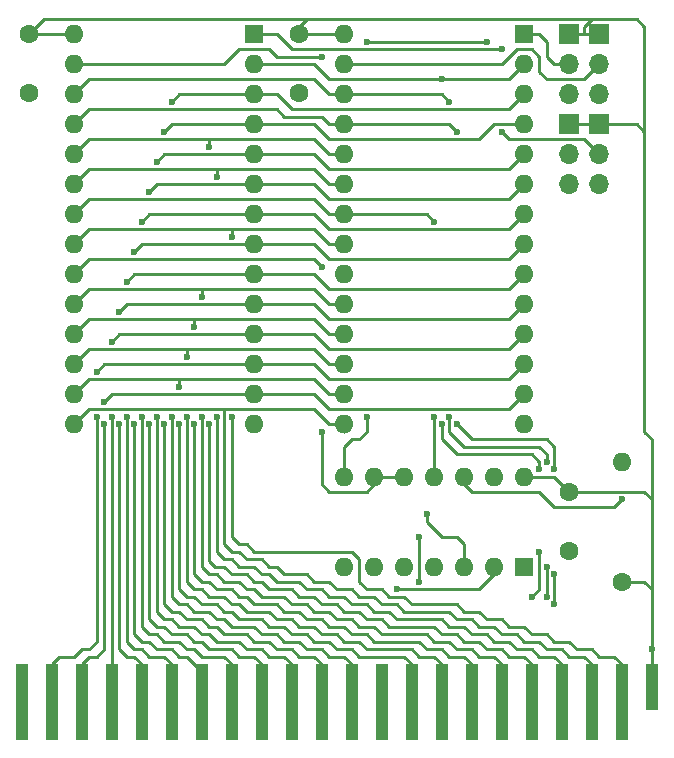
<source format=gtl>
G04 #@! TF.FileFunction,Copper,L1,Top,Signal*
%FSLAX46Y46*%
G04 Gerber Fmt 4.6, Leading zero omitted, Abs format (unit mm)*
G04 Created by KiCad (PCBNEW 4.0.7) date 09/13/19 11:52:28*
%MOMM*%
%LPD*%
G01*
G04 APERTURE LIST*
%ADD10C,0.100000*%
%ADD11R,1.000000X6.500000*%
%ADD12R,1.000000X4.000000*%
%ADD13C,1.600000*%
%ADD14R,1.700000X1.700000*%
%ADD15O,1.700000X1.700000*%
%ADD16O,1.600000X1.600000*%
%ADD17R,1.600000X1.600000*%
%ADD18C,0.600000*%
%ADD19C,0.250000*%
G04 APERTURE END LIST*
D10*
D11*
X123190000Y-95250000D03*
X125730000Y-95250000D03*
X128270000Y-95250000D03*
X130810000Y-95250000D03*
X133350000Y-95250000D03*
X135890000Y-95250000D03*
X138430000Y-95250000D03*
X140970000Y-95250000D03*
X143510000Y-95250000D03*
X146050000Y-95250000D03*
X148590000Y-95250000D03*
X151130000Y-95250000D03*
X153670000Y-95250000D03*
X156210000Y-95250000D03*
X161290000Y-95250000D03*
X158750000Y-95250000D03*
X163830000Y-95250000D03*
X166370000Y-95250000D03*
X168910000Y-95250000D03*
X171450000Y-95250000D03*
X173990000Y-95250000D03*
D12*
X176530000Y-93980000D03*
D13*
X146685000Y-38735000D03*
X146685000Y-43735000D03*
X123825000Y-38735000D03*
X123825000Y-43735000D03*
X169545000Y-77470000D03*
X169545000Y-82470000D03*
D14*
X172085000Y-38735000D03*
D15*
X172085000Y-41275000D03*
X172085000Y-43815000D03*
D14*
X169545000Y-38735000D03*
D15*
X169545000Y-41275000D03*
X169545000Y-43815000D03*
D14*
X172085000Y-46355000D03*
D15*
X172085000Y-48895000D03*
X172085000Y-51435000D03*
D14*
X169545000Y-46355000D03*
D15*
X169545000Y-48895000D03*
X169545000Y-51435000D03*
D13*
X173990000Y-85090000D03*
D16*
X173990000Y-74930000D03*
D17*
X165735000Y-38735000D03*
D16*
X150495000Y-71755000D03*
X165735000Y-41275000D03*
X150495000Y-69215000D03*
X165735000Y-43815000D03*
X150495000Y-66675000D03*
X165735000Y-46355000D03*
X150495000Y-64135000D03*
X165735000Y-48895000D03*
X150495000Y-61595000D03*
X165735000Y-51435000D03*
X150495000Y-59055000D03*
X165735000Y-53975000D03*
X150495000Y-56515000D03*
X165735000Y-56515000D03*
X150495000Y-53975000D03*
X165735000Y-59055000D03*
X150495000Y-51435000D03*
X165735000Y-61595000D03*
X150495000Y-48895000D03*
X165735000Y-64135000D03*
X150495000Y-46355000D03*
X165735000Y-66675000D03*
X150495000Y-43815000D03*
X165735000Y-69215000D03*
X150495000Y-41275000D03*
X165735000Y-71755000D03*
X150495000Y-38735000D03*
D17*
X142875000Y-38735000D03*
D16*
X127635000Y-71755000D03*
X142875000Y-41275000D03*
X127635000Y-69215000D03*
X142875000Y-43815000D03*
X127635000Y-66675000D03*
X142875000Y-46355000D03*
X127635000Y-64135000D03*
X142875000Y-48895000D03*
X127635000Y-61595000D03*
X142875000Y-51435000D03*
X127635000Y-59055000D03*
X142875000Y-53975000D03*
X127635000Y-56515000D03*
X142875000Y-56515000D03*
X127635000Y-53975000D03*
X142875000Y-59055000D03*
X127635000Y-51435000D03*
X142875000Y-61595000D03*
X127635000Y-48895000D03*
X142875000Y-64135000D03*
X127635000Y-46355000D03*
X142875000Y-66675000D03*
X127635000Y-43815000D03*
X142875000Y-69215000D03*
X127635000Y-41275000D03*
X142875000Y-71755000D03*
X127635000Y-38735000D03*
D17*
X165735000Y-83820000D03*
D16*
X150495000Y-76200000D03*
X163195000Y-83820000D03*
X153035000Y-76200000D03*
X160655000Y-83820000D03*
X155575000Y-76200000D03*
X158115000Y-83820000D03*
X158115000Y-76200000D03*
X155575000Y-83820000D03*
X160655000Y-76200000D03*
X153035000Y-83820000D03*
X163195000Y-76200000D03*
X150495000Y-83820000D03*
X165735000Y-76200000D03*
D18*
X154940000Y-85725000D03*
X173990000Y-78105000D03*
X156845000Y-85090000D03*
X156845000Y-81280000D03*
X167005000Y-75565000D03*
X158750000Y-71755000D03*
X166370000Y-86360000D03*
X167005000Y-82550000D03*
X158750000Y-42545000D03*
X167640000Y-74930000D03*
X159385000Y-71120000D03*
X159385000Y-44450000D03*
X167640000Y-86360000D03*
X167640000Y-83820000D03*
X160020000Y-71755000D03*
X168275000Y-75565000D03*
X168275000Y-86995000D03*
X168275000Y-84455000D03*
X160020000Y-46990000D03*
X176530000Y-90805000D03*
X129540000Y-67310000D03*
X129540000Y-71120000D03*
X130175000Y-69850000D03*
X130175000Y-71755000D03*
X130810000Y-64770000D03*
X130810000Y-71120000D03*
X131445000Y-62230000D03*
X131445000Y-71755000D03*
X132080000Y-59690000D03*
X132080000Y-71120000D03*
X132715000Y-71755000D03*
X132715000Y-57150000D03*
X133350000Y-71120000D03*
X133350000Y-54610000D03*
X133985000Y-52070000D03*
X133985000Y-71755000D03*
X134620000Y-71120000D03*
X134620000Y-49530000D03*
X135255000Y-46990000D03*
X135255000Y-71755000D03*
X135890000Y-71120000D03*
X135890000Y-44450000D03*
X136525000Y-71755000D03*
X136525000Y-68580000D03*
X137795000Y-63500000D03*
X137795000Y-71755000D03*
X137160000Y-71120000D03*
X137160000Y-66040000D03*
X138430000Y-71120000D03*
X138430000Y-60960000D03*
X139065000Y-71755000D03*
X139065000Y-48260000D03*
X139700000Y-71120000D03*
X139700000Y-50800000D03*
X140970000Y-71120000D03*
X140970000Y-55880000D03*
X148590000Y-40640000D03*
X152400000Y-39370000D03*
X162560000Y-39370000D03*
X163830000Y-46990000D03*
X163830000Y-40005000D03*
X152400000Y-71120000D03*
X158115000Y-54610000D03*
X158115000Y-71120000D03*
X148590000Y-72390000D03*
X148590000Y-58420000D03*
X157480000Y-79375000D03*
D19*
X163195000Y-83820000D02*
X163195000Y-84455000D01*
X163195000Y-84455000D02*
X161925000Y-85725000D01*
X161925000Y-85725000D02*
X154940000Y-85725000D01*
X160655000Y-76200000D02*
X160655000Y-76835000D01*
X160655000Y-76835000D02*
X161290000Y-77470000D01*
X173355000Y-78740000D02*
X173990000Y-78105000D01*
X168275000Y-78740000D02*
X173355000Y-78740000D01*
X167005000Y-77470000D02*
X168275000Y-78740000D01*
X161290000Y-77470000D02*
X167005000Y-77470000D01*
X156845000Y-85090000D02*
X156845000Y-83185000D01*
X156845000Y-83185000D02*
X156845000Y-81280000D01*
X166370000Y-74295000D02*
X167005000Y-74930000D01*
X167005000Y-74930000D02*
X167005000Y-75565000D01*
X166370000Y-74295000D02*
X160020000Y-74295000D01*
X160020000Y-74295000D02*
X158750000Y-73025000D01*
X158750000Y-73025000D02*
X158750000Y-71755000D01*
X166370000Y-86360000D02*
X167005000Y-85725000D01*
X167005000Y-85725000D02*
X167005000Y-82550000D01*
X142875000Y-41275000D02*
X147955000Y-41275000D01*
X147955000Y-41275000D02*
X149225000Y-42545000D01*
X164465000Y-42545000D02*
X165735000Y-41275000D01*
X149225000Y-42545000D02*
X158750000Y-42545000D01*
X158750000Y-42545000D02*
X164465000Y-42545000D01*
X160655000Y-73660000D02*
X159385000Y-72390000D01*
X159385000Y-72390000D02*
X159385000Y-71120000D01*
X159385000Y-44450000D02*
X158750000Y-43815000D01*
X150495000Y-43815000D02*
X158750000Y-43815000D01*
X167005000Y-73660000D02*
X163195000Y-73660000D01*
X167640000Y-74295000D02*
X167005000Y-73660000D01*
X163195000Y-73660000D02*
X160655000Y-73660000D01*
X167640000Y-74295000D02*
X167640000Y-74930000D01*
X167640000Y-86360000D02*
X167640000Y-83820000D01*
X142875000Y-42545000D02*
X147955000Y-42545000D01*
X147955000Y-42545000D02*
X149225000Y-43815000D01*
X149225000Y-43815000D02*
X150495000Y-43815000D01*
X127635000Y-43815000D02*
X128905000Y-42545000D01*
X128905000Y-42545000D02*
X142875000Y-42545000D01*
X168275000Y-73660000D02*
X167640000Y-73025000D01*
X167640000Y-73025000D02*
X161290000Y-73025000D01*
X161290000Y-73025000D02*
X160020000Y-71755000D01*
X168275000Y-85090000D02*
X168275000Y-84455000D01*
X168275000Y-86995000D02*
X168275000Y-85090000D01*
X168275000Y-75565000D02*
X168275000Y-73660000D01*
X159385000Y-46355000D02*
X150495000Y-46355000D01*
X160020000Y-46990000D02*
X159385000Y-46355000D01*
X127635000Y-46355000D02*
X128905000Y-45085000D01*
X149225000Y-46355000D02*
X150495000Y-46355000D01*
X148590000Y-45720000D02*
X149225000Y-46355000D01*
X145415000Y-45720000D02*
X148590000Y-45720000D01*
X144780000Y-45085000D02*
X145415000Y-45720000D01*
X128905000Y-45085000D02*
X144780000Y-45085000D01*
X175895000Y-46990000D02*
X175895000Y-38100000D01*
X175895000Y-38100000D02*
X175260000Y-37465000D01*
X176530000Y-78105000D02*
X176530000Y-73025000D01*
X175260000Y-46355000D02*
X172085000Y-46355000D01*
X175895000Y-46990000D02*
X175260000Y-46355000D01*
X175895000Y-72390000D02*
X175895000Y-46990000D01*
X176530000Y-73025000D02*
X175895000Y-72390000D01*
X169545000Y-77470000D02*
X175895000Y-77470000D01*
X176530000Y-78105000D02*
X176530000Y-85725000D01*
X175895000Y-77470000D02*
X176530000Y-78105000D01*
X165735000Y-76200000D02*
X168275000Y-76200000D01*
X168275000Y-76200000D02*
X169545000Y-77470000D01*
X128905000Y-37465000D02*
X125095000Y-37465000D01*
X125095000Y-37465000D02*
X123825000Y-38735000D01*
X146685000Y-38735000D02*
X146685000Y-38100000D01*
X146685000Y-38100000D02*
X147320000Y-37465000D01*
X170815000Y-38735000D02*
X170815000Y-38100000D01*
X170815000Y-38100000D02*
X171450000Y-37465000D01*
X128905000Y-37465000D02*
X147320000Y-37465000D01*
X147320000Y-37465000D02*
X171450000Y-37465000D01*
X171450000Y-37465000D02*
X175260000Y-37465000D01*
X146685000Y-38735000D02*
X150495000Y-38735000D01*
X123825000Y-38735000D02*
X127635000Y-38735000D01*
X169545000Y-46355000D02*
X172085000Y-46355000D01*
X169545000Y-38735000D02*
X170815000Y-38735000D01*
X170815000Y-38735000D02*
X172085000Y-38735000D01*
X173990000Y-85090000D02*
X175895000Y-85090000D01*
X175895000Y-85090000D02*
X176530000Y-85725000D01*
X176530000Y-85725000D02*
X176530000Y-90805000D01*
X176530000Y-90805000D02*
X176530000Y-93980000D01*
X129540000Y-73660000D02*
X129540000Y-90170000D01*
X127635000Y-91440000D02*
X127000000Y-91440000D01*
X128270000Y-90805000D02*
X127635000Y-91440000D01*
X128905000Y-90805000D02*
X128270000Y-90805000D01*
X129540000Y-90170000D02*
X128905000Y-90805000D01*
X126365000Y-91440000D02*
X125730000Y-92075000D01*
X127000000Y-91440000D02*
X126365000Y-91440000D01*
X125730000Y-92075000D02*
X125730000Y-95250000D01*
X130175000Y-66675000D02*
X142875000Y-66675000D01*
X129540000Y-67310000D02*
X130175000Y-66675000D01*
X129540000Y-73660000D02*
X129540000Y-71120000D01*
X142875000Y-66675000D02*
X147955000Y-66675000D01*
X147955000Y-66675000D02*
X149225000Y-67945000D01*
X165735000Y-66675000D02*
X164465000Y-67945000D01*
X164465000Y-67945000D02*
X149225000Y-67945000D01*
X130175000Y-90170000D02*
X130175000Y-90805000D01*
X129540000Y-91440000D02*
X128905000Y-91440000D01*
X130175000Y-90805000D02*
X129540000Y-91440000D01*
X130175000Y-74295000D02*
X130175000Y-90170000D01*
X128905000Y-91440000D02*
X128270000Y-92075000D01*
X128270000Y-92075000D02*
X128270000Y-95250000D01*
X130810000Y-69215000D02*
X142875000Y-69215000D01*
X130175000Y-69850000D02*
X130810000Y-69215000D01*
X130175000Y-74295000D02*
X130175000Y-71755000D01*
X147320000Y-69215000D02*
X147955000Y-69215000D01*
X147955000Y-69215000D02*
X149225000Y-70485000D01*
X142875000Y-69215000D02*
X147320000Y-69215000D01*
X165735000Y-69215000D02*
X164465000Y-70485000D01*
X164465000Y-70485000D02*
X149225000Y-70485000D01*
X130810000Y-74930000D02*
X130810000Y-95250000D01*
X130810000Y-92075000D02*
X130810000Y-95250000D01*
X130810000Y-92075000D02*
X130810000Y-95250000D01*
X130810000Y-74930000D02*
X130810000Y-71120000D01*
X131445000Y-64135000D02*
X142875000Y-64135000D01*
X130810000Y-64770000D02*
X131445000Y-64135000D01*
X142875000Y-64135000D02*
X147955000Y-64135000D01*
X147955000Y-64135000D02*
X149225000Y-65405000D01*
X165735000Y-64135000D02*
X164465000Y-65405000D01*
X164465000Y-65405000D02*
X149225000Y-65405000D01*
X131445000Y-90170000D02*
X131445000Y-90805000D01*
X132080000Y-91440000D02*
X132715000Y-91440000D01*
X131445000Y-90805000D02*
X132080000Y-91440000D01*
X131445000Y-74295000D02*
X131445000Y-90170000D01*
X132715000Y-91440000D02*
X133350000Y-92075000D01*
X133350000Y-92075000D02*
X133350000Y-95250000D01*
X132080000Y-61595000D02*
X142875000Y-61595000D01*
X131445000Y-62230000D02*
X132080000Y-61595000D01*
X131445000Y-74295000D02*
X131445000Y-71755000D01*
X142875000Y-61595000D02*
X147955000Y-61595000D01*
X147955000Y-61595000D02*
X149225000Y-62865000D01*
X165735000Y-61595000D02*
X164465000Y-62865000D01*
X164465000Y-62865000D02*
X149225000Y-62865000D01*
X133350000Y-90805000D02*
X133985000Y-91440000D01*
X135255000Y-91440000D02*
X135890000Y-92075000D01*
X133985000Y-91440000D02*
X135255000Y-91440000D01*
X135890000Y-92075000D02*
X135890000Y-95250000D01*
X132080000Y-89535000D02*
X132080000Y-90170000D01*
X132715000Y-90805000D02*
X133350000Y-90805000D01*
X132080000Y-90170000D02*
X132715000Y-90805000D01*
X132080000Y-73660000D02*
X132080000Y-89535000D01*
X132715000Y-59055000D02*
X142875000Y-59055000D01*
X132080000Y-59690000D02*
X132715000Y-59055000D01*
X132080000Y-73660000D02*
X132080000Y-71120000D01*
X147320000Y-59055000D02*
X147955000Y-59055000D01*
X147955000Y-59055000D02*
X149225000Y-60325000D01*
X142875000Y-59055000D02*
X147320000Y-59055000D01*
X165735000Y-59055000D02*
X164465000Y-60325000D01*
X164465000Y-60325000D02*
X149225000Y-60325000D01*
X136525000Y-91440000D02*
X137160000Y-91440000D01*
X132715000Y-73025000D02*
X132715000Y-71755000D01*
X132715000Y-57150000D02*
X132715000Y-57150000D01*
X132715000Y-57150000D02*
X133350000Y-56515000D01*
X142875000Y-56515000D02*
X133350000Y-56515000D01*
X132715000Y-73025000D02*
X132715000Y-88900000D01*
X132715000Y-89535000D02*
X133350000Y-90170000D01*
X133350000Y-90170000D02*
X133985000Y-90170000D01*
X132715000Y-88900000D02*
X132715000Y-89535000D01*
X134620000Y-90805000D02*
X135890000Y-90805000D01*
X135890000Y-90805000D02*
X136525000Y-91440000D01*
X133985000Y-90170000D02*
X134620000Y-90805000D01*
X137160000Y-91440000D02*
X138430000Y-92710000D01*
X138430000Y-92710000D02*
X138430000Y-95250000D01*
X147320000Y-56515000D02*
X147955000Y-56515000D01*
X147955000Y-56515000D02*
X149225000Y-57785000D01*
X142875000Y-56515000D02*
X147320000Y-56515000D01*
X165735000Y-56515000D02*
X164465000Y-57785000D01*
X164465000Y-57785000D02*
X149225000Y-57785000D01*
X139700000Y-91440000D02*
X140335000Y-91440000D01*
X133350000Y-72390000D02*
X133350000Y-71120000D01*
X133350000Y-54610000D02*
X133985000Y-53975000D01*
X142875000Y-53975000D02*
X133985000Y-53975000D01*
X133350000Y-88900000D02*
X133985000Y-89535000D01*
X133985000Y-89535000D02*
X134620000Y-89535000D01*
X134620000Y-89535000D02*
X135255000Y-90170000D01*
X135255000Y-90170000D02*
X136525000Y-90170000D01*
X136525000Y-90170000D02*
X137160000Y-90805000D01*
X137160000Y-90805000D02*
X137795000Y-90805000D01*
X137795000Y-90805000D02*
X138430000Y-91440000D01*
X138430000Y-91440000D02*
X139700000Y-91440000D01*
X133350000Y-72390000D02*
X133350000Y-88900000D01*
X140335000Y-91440000D02*
X140970000Y-92075000D01*
X140970000Y-92075000D02*
X140970000Y-95250000D01*
X142875000Y-53975000D02*
X147955000Y-53975000D01*
X147955000Y-53975000D02*
X149225000Y-55245000D01*
X165735000Y-53975000D02*
X164465000Y-55245000D01*
X164465000Y-55245000D02*
X149225000Y-55245000D01*
X140970000Y-90805000D02*
X141605000Y-91440000D01*
X142875000Y-91440000D02*
X143510000Y-92075000D01*
X141605000Y-91440000D02*
X142875000Y-91440000D01*
X143510000Y-92075000D02*
X143510000Y-95250000D01*
X134620000Y-51435000D02*
X142875000Y-51435000D01*
X133985000Y-52070000D02*
X134620000Y-51435000D01*
X133985000Y-88265000D02*
X133985000Y-71755000D01*
X134620000Y-88900000D02*
X133985000Y-88265000D01*
X135255000Y-88900000D02*
X134620000Y-88900000D01*
X135890000Y-89535000D02*
X135255000Y-88900000D01*
X137160000Y-89535000D02*
X135890000Y-89535000D01*
X137795000Y-90170000D02*
X137160000Y-89535000D01*
X138430000Y-90170000D02*
X137795000Y-90170000D01*
X139065000Y-90805000D02*
X138430000Y-90170000D01*
X140970000Y-90805000D02*
X139065000Y-90805000D01*
X142875000Y-51435000D02*
X147955000Y-51435000D01*
X147955000Y-51435000D02*
X149225000Y-52705000D01*
X165735000Y-51435000D02*
X164465000Y-52705000D01*
X164465000Y-52705000D02*
X149225000Y-52705000D01*
X146050000Y-95250000D02*
X146050000Y-92075000D01*
X146050000Y-92075000D02*
X145415000Y-91440000D01*
X142240000Y-90805000D02*
X141605000Y-90170000D01*
X143510000Y-90805000D02*
X142240000Y-90805000D01*
X144145000Y-91440000D02*
X143510000Y-90805000D01*
X145415000Y-91440000D02*
X144145000Y-91440000D01*
X135255000Y-48895000D02*
X142875000Y-48895000D01*
X141605000Y-90170000D02*
X139700000Y-90170000D01*
X139700000Y-90170000D02*
X139065000Y-89535000D01*
X139065000Y-89535000D02*
X138430000Y-89535000D01*
X138430000Y-89535000D02*
X137795000Y-88900000D01*
X137795000Y-88900000D02*
X136525000Y-88900000D01*
X136525000Y-88900000D02*
X135890000Y-88265000D01*
X135890000Y-88265000D02*
X135255000Y-88265000D01*
X135255000Y-88265000D02*
X134620000Y-87630000D01*
X134620000Y-87630000D02*
X134620000Y-71120000D01*
X134620000Y-49530000D02*
X135255000Y-48895000D01*
X142875000Y-48895000D02*
X147955000Y-48895000D01*
X147955000Y-48895000D02*
X149225000Y-50165000D01*
X165735000Y-48895000D02*
X164465000Y-50165000D01*
X164465000Y-50165000D02*
X149225000Y-50165000D01*
X160020000Y-47625000D02*
X161925000Y-47625000D01*
X161925000Y-47625000D02*
X163195000Y-46355000D01*
X148590000Y-95250000D02*
X148590000Y-92075000D01*
X148590000Y-92075000D02*
X147955000Y-91440000D01*
X147955000Y-91440000D02*
X146685000Y-91440000D01*
X146685000Y-91440000D02*
X146050000Y-90805000D01*
X146050000Y-90805000D02*
X144780000Y-90805000D01*
X144780000Y-90805000D02*
X144145000Y-90170000D01*
X144145000Y-90170000D02*
X142875000Y-90170000D01*
X142875000Y-90170000D02*
X142240000Y-89535000D01*
X135890000Y-46355000D02*
X142875000Y-46355000D01*
X135255000Y-46990000D02*
X135890000Y-46355000D01*
X135255000Y-86995000D02*
X135255000Y-71755000D01*
X135890000Y-87630000D02*
X135255000Y-86995000D01*
X136525000Y-87630000D02*
X135890000Y-87630000D01*
X137160000Y-88265000D02*
X136525000Y-87630000D01*
X138430000Y-88265000D02*
X137160000Y-88265000D01*
X139065000Y-88900000D02*
X138430000Y-88265000D01*
X139700000Y-88900000D02*
X139065000Y-88900000D01*
X140335000Y-89535000D02*
X139700000Y-88900000D01*
X142240000Y-89535000D02*
X140335000Y-89535000D01*
X165735000Y-46355000D02*
X163195000Y-46355000D01*
X142875000Y-46355000D02*
X147955000Y-46355000D01*
X147955000Y-46355000D02*
X149225000Y-47625000D01*
X160020000Y-47625000D02*
X149225000Y-47625000D01*
X151130000Y-95250000D02*
X151130000Y-92075000D01*
X151130000Y-92075000D02*
X150495000Y-91440000D01*
X142875000Y-88900000D02*
X143510000Y-89535000D01*
X149225000Y-91440000D02*
X150495000Y-91440000D01*
X148590000Y-90805000D02*
X149225000Y-91440000D01*
X147320000Y-90805000D02*
X148590000Y-90805000D01*
X146685000Y-90170000D02*
X147320000Y-90805000D01*
X145415000Y-90170000D02*
X146685000Y-90170000D01*
X144780000Y-89535000D02*
X145415000Y-90170000D01*
X143510000Y-89535000D02*
X144780000Y-89535000D01*
X137160000Y-86995000D02*
X137795000Y-87630000D01*
X140970000Y-88900000D02*
X142875000Y-88900000D01*
X140335000Y-88265000D02*
X140970000Y-88900000D01*
X139700000Y-88265000D02*
X140335000Y-88265000D01*
X139065000Y-87630000D02*
X139700000Y-88265000D01*
X137795000Y-87630000D02*
X139065000Y-87630000D01*
X136525000Y-43815000D02*
X142875000Y-43815000D01*
X137160000Y-86995000D02*
X136525000Y-86995000D01*
X136525000Y-86995000D02*
X135890000Y-86360000D01*
X135890000Y-86360000D02*
X135890000Y-71120000D01*
X135890000Y-44450000D02*
X136525000Y-43815000D01*
X142875000Y-43815000D02*
X144780000Y-43815000D01*
X144780000Y-43815000D02*
X146050000Y-45085000D01*
X165735000Y-43815000D02*
X164465000Y-45085000D01*
X164465000Y-45085000D02*
X146050000Y-45085000D01*
X137795000Y-86360000D02*
X137160000Y-86360000D01*
X138430000Y-86995000D02*
X137795000Y-86360000D01*
X139700000Y-86995000D02*
X138430000Y-86995000D01*
X140335000Y-87630000D02*
X139700000Y-86995000D01*
X140970000Y-87630000D02*
X140335000Y-87630000D01*
X141605000Y-88265000D02*
X140970000Y-87630000D01*
X143510000Y-88265000D02*
X141605000Y-88265000D01*
X144145000Y-88900000D02*
X143510000Y-88265000D01*
X145415000Y-88900000D02*
X144145000Y-88900000D01*
X146050000Y-89535000D02*
X145415000Y-88900000D01*
X147320000Y-89535000D02*
X146050000Y-89535000D01*
X147955000Y-90170000D02*
X147320000Y-89535000D01*
X149225000Y-90170000D02*
X147955000Y-90170000D01*
X149860000Y-90805000D02*
X149225000Y-90170000D01*
X151130000Y-90805000D02*
X149860000Y-90805000D01*
X151765000Y-91440000D02*
X151130000Y-90805000D01*
X155575000Y-91440000D02*
X151765000Y-91440000D01*
X156210000Y-92075000D02*
X155575000Y-91440000D01*
X137160000Y-86360000D02*
X136525000Y-85725000D01*
X156210000Y-95250000D02*
X156210000Y-92075000D01*
X136525000Y-68580000D02*
X136525000Y-67945000D01*
X136525000Y-85725000D02*
X136525000Y-71755000D01*
X141605000Y-67945000D02*
X147955000Y-67945000D01*
X128905000Y-67945000D02*
X136525000Y-67945000D01*
X127635000Y-69215000D02*
X128905000Y-67945000D01*
X136525000Y-67945000D02*
X137160000Y-67945000D01*
X137160000Y-67945000D02*
X141605000Y-67945000D01*
X149225000Y-69215000D02*
X150495000Y-69215000D01*
X147955000Y-67945000D02*
X149225000Y-69215000D01*
X137795000Y-84455000D02*
X137795000Y-71755000D01*
X138430000Y-85090000D02*
X137795000Y-84455000D01*
X139065000Y-85090000D02*
X138430000Y-85090000D01*
X139700000Y-85725000D02*
X139065000Y-85090000D01*
X140970000Y-85725000D02*
X139700000Y-85725000D01*
X141605000Y-86360000D02*
X140970000Y-85725000D01*
X142240000Y-86360000D02*
X141605000Y-86360000D01*
X142875000Y-86995000D02*
X142240000Y-86360000D01*
X144780000Y-86995000D02*
X142875000Y-86995000D01*
X145415000Y-87630000D02*
X144780000Y-86995000D01*
X146685000Y-87630000D02*
X145415000Y-87630000D01*
X147320000Y-88265000D02*
X146685000Y-87630000D01*
X148590000Y-88265000D02*
X147320000Y-88265000D01*
X149225000Y-88900000D02*
X148590000Y-88265000D01*
X150495000Y-88900000D02*
X149225000Y-88900000D01*
X151130000Y-89535000D02*
X150495000Y-88900000D01*
X152400000Y-89535000D02*
X151130000Y-89535000D01*
X153035000Y-90170000D02*
X152400000Y-89535000D01*
X156845000Y-90170000D02*
X153035000Y-90170000D01*
X157480000Y-90805000D02*
X156845000Y-90170000D01*
X158750000Y-90805000D02*
X157480000Y-90805000D01*
X159385000Y-91440000D02*
X158750000Y-90805000D01*
X160655000Y-91440000D02*
X159385000Y-91440000D01*
X161290000Y-92075000D02*
X160655000Y-91440000D01*
X137795000Y-63500000D02*
X137795000Y-62865000D01*
X161290000Y-95250000D02*
X161290000Y-92075000D01*
X141605000Y-62865000D02*
X147955000Y-62865000D01*
X147955000Y-62865000D02*
X149225000Y-64135000D01*
X149225000Y-64135000D02*
X150495000Y-64135000D01*
X137795000Y-62865000D02*
X141605000Y-62865000D01*
X128905000Y-62865000D02*
X137795000Y-62865000D01*
X127635000Y-64135000D02*
X128905000Y-62865000D01*
X158750000Y-95250000D02*
X158750000Y-92075000D01*
X158750000Y-92075000D02*
X158115000Y-91440000D01*
X158115000Y-91440000D02*
X156845000Y-91440000D01*
X156845000Y-91440000D02*
X156210000Y-90805000D01*
X137795000Y-85725000D02*
X138430000Y-85725000D01*
X137795000Y-85725000D02*
X137160000Y-85090000D01*
X137160000Y-85090000D02*
X137160000Y-71120000D01*
X137160000Y-65405000D02*
X137160000Y-66040000D01*
X152400000Y-90805000D02*
X156210000Y-90805000D01*
X151765000Y-90170000D02*
X152400000Y-90805000D01*
X150495000Y-90170000D02*
X151765000Y-90170000D01*
X149860000Y-89535000D02*
X150495000Y-90170000D01*
X148590000Y-89535000D02*
X149860000Y-89535000D01*
X147955000Y-88900000D02*
X148590000Y-89535000D01*
X146685000Y-88900000D02*
X147955000Y-88900000D01*
X146050000Y-88265000D02*
X146685000Y-88900000D01*
X144780000Y-88265000D02*
X146050000Y-88265000D01*
X144145000Y-87630000D02*
X144780000Y-88265000D01*
X142240000Y-87630000D02*
X144145000Y-87630000D01*
X141605000Y-86995000D02*
X142240000Y-87630000D01*
X140970000Y-86995000D02*
X141605000Y-86995000D01*
X140335000Y-86360000D02*
X140970000Y-86995000D01*
X139065000Y-86360000D02*
X140335000Y-86360000D01*
X138430000Y-85725000D02*
X139065000Y-86360000D01*
X141605000Y-65405000D02*
X147955000Y-65405000D01*
X128905000Y-65405000D02*
X137160000Y-65405000D01*
X127635000Y-66675000D02*
X128905000Y-65405000D01*
X137160000Y-65405000D02*
X137795000Y-65405000D01*
X137795000Y-65405000D02*
X141605000Y-65405000D01*
X149225000Y-66675000D02*
X150495000Y-66675000D01*
X147955000Y-65405000D02*
X149225000Y-66675000D01*
X163830000Y-95250000D02*
X163830000Y-92075000D01*
X163830000Y-92075000D02*
X163195000Y-91440000D01*
X163195000Y-91440000D02*
X161925000Y-91440000D01*
X161925000Y-91440000D02*
X161290000Y-90805000D01*
X161290000Y-90805000D02*
X160020000Y-90805000D01*
X160020000Y-90805000D02*
X159385000Y-90170000D01*
X159385000Y-90170000D02*
X158115000Y-90170000D01*
X158115000Y-90170000D02*
X157480000Y-89535000D01*
X157480000Y-89535000D02*
X153670000Y-89535000D01*
X153670000Y-89535000D02*
X153035000Y-88900000D01*
X153035000Y-88900000D02*
X151765000Y-88900000D01*
X151765000Y-88900000D02*
X151130000Y-88265000D01*
X151130000Y-88265000D02*
X149860000Y-88265000D01*
X149860000Y-88265000D02*
X149225000Y-87630000D01*
X149225000Y-87630000D02*
X147955000Y-87630000D01*
X147955000Y-87630000D02*
X147320000Y-86995000D01*
X147320000Y-86995000D02*
X146050000Y-86995000D01*
X146050000Y-86995000D02*
X145415000Y-86360000D01*
X145415000Y-86360000D02*
X143510000Y-86360000D01*
X143510000Y-86360000D02*
X142875000Y-85725000D01*
X142875000Y-85725000D02*
X142240000Y-85725000D01*
X142240000Y-85725000D02*
X141605000Y-85090000D01*
X141605000Y-85090000D02*
X140335000Y-85090000D01*
X140335000Y-85090000D02*
X139700000Y-84455000D01*
X139700000Y-84455000D02*
X139065000Y-84455000D01*
X139065000Y-84455000D02*
X138430000Y-83820000D01*
X138430000Y-83820000D02*
X138430000Y-71120000D01*
X138430000Y-60960000D02*
X138430000Y-60325000D01*
X142240000Y-60325000D02*
X147955000Y-60325000D01*
X128905000Y-60325000D02*
X138430000Y-60325000D01*
X138430000Y-60325000D02*
X142240000Y-60325000D01*
X127635000Y-61595000D02*
X128905000Y-60325000D01*
X149225000Y-61595000D02*
X150495000Y-61595000D01*
X147955000Y-60325000D02*
X149225000Y-61595000D01*
X166370000Y-95250000D02*
X166370000Y-92075000D01*
X166370000Y-92075000D02*
X165735000Y-91440000D01*
X165735000Y-91440000D02*
X164465000Y-91440000D01*
X164465000Y-91440000D02*
X163830000Y-90805000D01*
X163830000Y-90805000D02*
X162560000Y-90805000D01*
X162560000Y-90805000D02*
X161925000Y-90170000D01*
X161925000Y-90170000D02*
X160655000Y-90170000D01*
X160655000Y-90170000D02*
X160020000Y-89535000D01*
X160020000Y-89535000D02*
X158750000Y-89535000D01*
X158750000Y-89535000D02*
X158115000Y-88900000D01*
X158115000Y-88900000D02*
X154305000Y-88900000D01*
X154305000Y-88900000D02*
X153670000Y-88265000D01*
X153670000Y-88265000D02*
X152400000Y-88265000D01*
X152400000Y-88265000D02*
X151765000Y-87630000D01*
X151765000Y-87630000D02*
X150495000Y-87630000D01*
X150495000Y-87630000D02*
X149860000Y-86995000D01*
X149860000Y-86995000D02*
X148590000Y-86995000D01*
X148590000Y-86995000D02*
X147955000Y-86360000D01*
X147955000Y-86360000D02*
X146685000Y-86360000D01*
X146685000Y-86360000D02*
X146050000Y-85725000D01*
X146050000Y-85725000D02*
X144145000Y-85725000D01*
X144145000Y-85725000D02*
X143510000Y-85090000D01*
X143510000Y-85090000D02*
X142875000Y-85090000D01*
X142875000Y-85090000D02*
X142240000Y-84455000D01*
X142240000Y-84455000D02*
X140970000Y-84455000D01*
X140970000Y-84455000D02*
X140335000Y-83820000D01*
X140335000Y-83820000D02*
X139515002Y-83820000D01*
X139515002Y-83820000D02*
X139065000Y-83369998D01*
X139065000Y-83369998D02*
X139065000Y-71755000D01*
X139065000Y-48260000D02*
X139065000Y-47625000D01*
X150495000Y-48895000D02*
X149225000Y-48895000D01*
X128905000Y-47625000D02*
X127635000Y-48895000D01*
X147955000Y-47625000D02*
X139065000Y-47625000D01*
X139065000Y-47625000D02*
X128905000Y-47625000D01*
X149225000Y-48895000D02*
X147955000Y-47625000D01*
X168910000Y-95250000D02*
X168910000Y-92075000D01*
X168910000Y-92075000D02*
X168275000Y-91440000D01*
X168275000Y-91440000D02*
X167005000Y-91440000D01*
X167005000Y-91440000D02*
X166370000Y-90805000D01*
X166370000Y-90805000D02*
X165100000Y-90805000D01*
X165100000Y-90805000D02*
X164465000Y-90170000D01*
X164465000Y-90170000D02*
X163195000Y-90170000D01*
X163195000Y-90170000D02*
X162560000Y-89535000D01*
X162560000Y-89535000D02*
X161290000Y-89535000D01*
X161290000Y-89535000D02*
X160655000Y-88900000D01*
X160655000Y-88900000D02*
X159385000Y-88900000D01*
X159385000Y-88900000D02*
X158750000Y-88265000D01*
X158750000Y-88265000D02*
X154940000Y-88265000D01*
X154940000Y-88265000D02*
X154305000Y-87630000D01*
X154305000Y-87630000D02*
X153035000Y-87630000D01*
X153035000Y-87630000D02*
X152400000Y-86995000D01*
X152400000Y-86995000D02*
X151130000Y-86995000D01*
X151130000Y-86995000D02*
X150495000Y-86360000D01*
X150495000Y-86360000D02*
X149225000Y-86360000D01*
X149225000Y-86360000D02*
X148590000Y-85725000D01*
X148590000Y-85725000D02*
X147320000Y-85725000D01*
X147320000Y-85725000D02*
X146685000Y-85090000D01*
X146685000Y-85090000D02*
X144780000Y-85090000D01*
X144780000Y-85090000D02*
X144145000Y-84455000D01*
X144145000Y-84455000D02*
X143510000Y-84455000D01*
X143510000Y-84455000D02*
X142875000Y-83820000D01*
X142875000Y-83820000D02*
X141605000Y-83820000D01*
X141605000Y-83820000D02*
X140970000Y-83185000D01*
X140970000Y-83185000D02*
X140335000Y-83185000D01*
X140335000Y-83185000D02*
X139700000Y-82550000D01*
X139700000Y-82550000D02*
X139700000Y-71120000D01*
X139700000Y-50800000D02*
X139700000Y-50165000D01*
X141605000Y-50165000D02*
X147955000Y-50165000D01*
X128905000Y-50165000D02*
X139700000Y-50165000D01*
X139700000Y-50165000D02*
X141605000Y-50165000D01*
X127635000Y-51435000D02*
X128905000Y-50165000D01*
X149225000Y-51435000D02*
X150495000Y-51435000D01*
X147955000Y-50165000D02*
X149225000Y-51435000D01*
X145415000Y-84455000D02*
X144780000Y-83820000D01*
X154940000Y-86995000D02*
X153670000Y-86995000D01*
X153670000Y-86995000D02*
X153035000Y-86360000D01*
X153035000Y-86360000D02*
X151765000Y-86360000D01*
X151765000Y-86360000D02*
X151130000Y-85725000D01*
X151130000Y-85725000D02*
X149860000Y-85725000D01*
X149860000Y-85725000D02*
X149225000Y-85090000D01*
X149225000Y-85090000D02*
X147955000Y-85090000D01*
X147955000Y-85090000D02*
X147320000Y-84455000D01*
X147320000Y-84455000D02*
X145415000Y-84455000D01*
X167640000Y-90805000D02*
X167005000Y-90170000D01*
X168910000Y-90805000D02*
X167640000Y-90805000D01*
X169545000Y-91440000D02*
X168910000Y-90805000D01*
X170815000Y-91440000D02*
X169545000Y-91440000D01*
X171450000Y-92075000D02*
X170815000Y-91440000D01*
X159385000Y-87630000D02*
X155575000Y-87630000D01*
X160020000Y-88265000D02*
X159385000Y-87630000D01*
X161290000Y-88265000D02*
X160020000Y-88265000D01*
X161925000Y-88900000D02*
X161290000Y-88265000D01*
X163195000Y-88900000D02*
X161925000Y-88900000D01*
X163830000Y-89535000D02*
X163195000Y-88900000D01*
X165100000Y-89535000D02*
X163830000Y-89535000D01*
X165735000Y-90170000D02*
X165100000Y-89535000D01*
X167005000Y-90170000D02*
X165735000Y-90170000D01*
X155575000Y-87630000D02*
X154940000Y-86995000D01*
X140335000Y-81915000D02*
X140335000Y-70485000D01*
X140970000Y-82550000D02*
X140335000Y-81915000D01*
X141605000Y-82550000D02*
X140970000Y-82550000D01*
X142240000Y-83185000D02*
X141605000Y-82550000D01*
X143510000Y-83185000D02*
X142240000Y-83185000D01*
X144145000Y-83820000D02*
X143510000Y-83185000D01*
X144780000Y-83820000D02*
X144145000Y-83820000D01*
X171450000Y-95250000D02*
X171450000Y-92075000D01*
X147320000Y-70485000D02*
X147955000Y-70485000D01*
X147955000Y-70485000D02*
X149225000Y-71755000D01*
X149225000Y-71755000D02*
X150495000Y-71755000D01*
X140335000Y-70485000D02*
X147320000Y-70485000D01*
X128905000Y-70485000D02*
X140335000Y-70485000D01*
X127635000Y-71755000D02*
X128905000Y-70485000D01*
X150495000Y-71755000D02*
X150495000Y-72390000D01*
X151765000Y-83185000D02*
X151130000Y-82550000D01*
X142875000Y-82550000D02*
X142240000Y-81915000D01*
X151130000Y-82550000D02*
X142875000Y-82550000D01*
X142240000Y-81915000D02*
X141605000Y-81915000D01*
X141605000Y-81915000D02*
X140970000Y-81280000D01*
X140970000Y-81280000D02*
X140970000Y-71120000D01*
X140970000Y-55880000D02*
X140970000Y-55245000D01*
X155575000Y-86360000D02*
X154305000Y-86360000D01*
X154305000Y-86360000D02*
X153670000Y-85725000D01*
X153670000Y-85725000D02*
X152400000Y-85725000D01*
X152400000Y-85725000D02*
X151765000Y-85090000D01*
X151765000Y-85090000D02*
X151765000Y-83185000D01*
X168275000Y-90170000D02*
X167640000Y-89535000D01*
X169545000Y-90170000D02*
X168275000Y-90170000D01*
X170180000Y-90805000D02*
X169545000Y-90170000D01*
X171450000Y-90805000D02*
X170180000Y-90805000D01*
X172085000Y-91440000D02*
X171450000Y-90805000D01*
X173355000Y-91440000D02*
X172085000Y-91440000D01*
X173990000Y-92075000D02*
X173355000Y-91440000D01*
X160020000Y-86995000D02*
X156210000Y-86995000D01*
X160655000Y-87630000D02*
X160020000Y-86995000D01*
X161925000Y-87630000D02*
X160655000Y-87630000D01*
X162560000Y-88265000D02*
X161925000Y-87630000D01*
X163830000Y-88265000D02*
X162560000Y-88265000D01*
X164465000Y-88900000D02*
X163830000Y-88265000D01*
X165735000Y-88900000D02*
X164465000Y-88900000D01*
X166370000Y-89535000D02*
X165735000Y-88900000D01*
X167640000Y-89535000D02*
X166370000Y-89535000D01*
X156210000Y-86995000D02*
X155575000Y-86360000D01*
X173990000Y-95250000D02*
X173990000Y-92075000D01*
X141605000Y-55245000D02*
X147955000Y-55245000D01*
X147955000Y-55245000D02*
X149225000Y-56515000D01*
X149225000Y-56515000D02*
X150495000Y-56515000D01*
X140970000Y-55245000D02*
X141605000Y-55245000D01*
X128905000Y-55245000D02*
X140970000Y-55245000D01*
X127635000Y-56515000D02*
X128905000Y-55245000D01*
X150495000Y-41275000D02*
X163830000Y-41275000D01*
X163830000Y-41275000D02*
X165100000Y-40005000D01*
X172085000Y-41275000D02*
X170815000Y-42545000D01*
X166370000Y-40005000D02*
X165100000Y-40005000D01*
X167005000Y-40640000D02*
X166370000Y-40005000D01*
X167005000Y-41910000D02*
X167005000Y-40640000D01*
X167640000Y-42545000D02*
X167005000Y-41910000D01*
X170815000Y-42545000D02*
X167640000Y-42545000D01*
X165735000Y-38735000D02*
X167005000Y-38735000D01*
X168275000Y-41275000D02*
X169545000Y-41275000D01*
X167640000Y-40640000D02*
X168275000Y-41275000D01*
X167640000Y-39370000D02*
X167640000Y-40640000D01*
X167005000Y-38735000D02*
X167640000Y-39370000D01*
X170815000Y-47625000D02*
X165735000Y-47625000D01*
X172085000Y-48895000D02*
X170815000Y-47625000D01*
X144145000Y-40005000D02*
X144780000Y-40640000D01*
X144780000Y-40640000D02*
X148590000Y-40640000D01*
X152400000Y-39370000D02*
X162560000Y-39370000D01*
X140335000Y-41275000D02*
X127635000Y-41275000D01*
X141605000Y-40005000D02*
X142875000Y-40005000D01*
X140335000Y-41275000D02*
X141605000Y-40005000D01*
X142875000Y-40005000D02*
X144145000Y-40005000D01*
X164465000Y-47625000D02*
X165735000Y-47625000D01*
X163830000Y-46990000D02*
X164465000Y-47625000D01*
X142875000Y-38735000D02*
X144780000Y-38735000D01*
X144780000Y-38735000D02*
X146050000Y-40005000D01*
X163830000Y-40005000D02*
X163195000Y-40005000D01*
X146050000Y-40005000D02*
X163195000Y-40005000D01*
X151130000Y-73025000D02*
X151765000Y-73025000D01*
X152400000Y-71120000D02*
X152400000Y-72390000D01*
X150495000Y-74930000D02*
X150495000Y-76200000D01*
X151130000Y-73025000D02*
X150495000Y-73660000D01*
X150495000Y-73660000D02*
X150495000Y-74930000D01*
X152400000Y-72390000D02*
X151765000Y-73025000D01*
X157480000Y-53975000D02*
X156845000Y-53975000D01*
X158115000Y-54610000D02*
X157480000Y-53975000D01*
X158115000Y-76200000D02*
X158115000Y-71120000D01*
X156845000Y-53975000D02*
X150495000Y-53975000D01*
X142875000Y-52705000D02*
X147955000Y-52705000D01*
X128905000Y-52705000D02*
X142875000Y-52705000D01*
X127635000Y-53975000D02*
X128905000Y-52705000D01*
X149225000Y-53975000D02*
X150495000Y-53975000D01*
X147955000Y-52705000D02*
X149225000Y-53975000D01*
X153035000Y-76200000D02*
X153035000Y-76835000D01*
X153035000Y-76835000D02*
X152400000Y-77470000D01*
X152400000Y-77470000D02*
X151765000Y-77470000D01*
X148590000Y-73660000D02*
X148590000Y-76835000D01*
X149225000Y-77470000D02*
X151765000Y-77470000D01*
X148590000Y-76835000D02*
X149225000Y-77470000D01*
X146050000Y-57785000D02*
X147955000Y-57785000D01*
X128905000Y-57785000D02*
X146050000Y-57785000D01*
X127635000Y-59055000D02*
X128905000Y-57785000D01*
X148590000Y-72390000D02*
X148590000Y-73660000D01*
X147955000Y-57785000D02*
X148590000Y-58420000D01*
X153035000Y-75565000D02*
X153035000Y-76200000D01*
X157480000Y-79375000D02*
X157480000Y-80010000D01*
X160655000Y-83820000D02*
X160655000Y-81915000D01*
X158750000Y-81280000D02*
X157480000Y-80010000D01*
X160020000Y-81280000D02*
X158750000Y-81280000D01*
X160655000Y-81915000D02*
X160020000Y-81280000D01*
X153035000Y-76200000D02*
X155575000Y-76200000D01*
M02*

</source>
